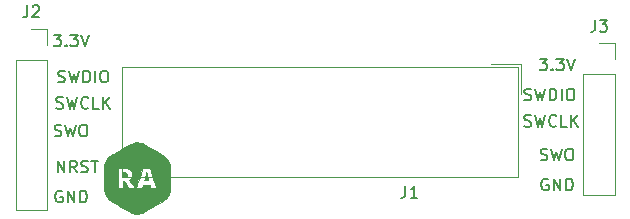
<source format=gbr>
G04 #@! TF.GenerationSoftware,KiCad,Pcbnew,5.1.1-8be2ce7~80~ubuntu18.10.1*
G04 #@! TF.CreationDate,2019-05-27T02:03:18+08:00*
G04 #@! TF.ProjectId,jtagboard,6a746167-626f-4617-9264-2e6b69636164,rev?*
G04 #@! TF.SameCoordinates,Original*
G04 #@! TF.FileFunction,Legend,Top*
G04 #@! TF.FilePolarity,Positive*
%FSLAX46Y46*%
G04 Gerber Fmt 4.6, Leading zero omitted, Abs format (unit mm)*
G04 Created by KiCad (PCBNEW 5.1.1-8be2ce7~80~ubuntu18.10.1) date 2019-05-27 02:03:18*
%MOMM*%
%LPD*%
G04 APERTURE LIST*
%ADD10C,0.150000*%
%ADD11C,0.010000*%
%ADD12C,0.120000*%
G04 APERTURE END LIST*
D10*
X121191976Y-108608761D02*
X121334833Y-108656380D01*
X121572928Y-108656380D01*
X121668166Y-108608761D01*
X121715785Y-108561142D01*
X121763404Y-108465904D01*
X121763404Y-108370666D01*
X121715785Y-108275428D01*
X121668166Y-108227809D01*
X121572928Y-108180190D01*
X121382452Y-108132571D01*
X121287214Y-108084952D01*
X121239595Y-108037333D01*
X121191976Y-107942095D01*
X121191976Y-107846857D01*
X121239595Y-107751619D01*
X121287214Y-107704000D01*
X121382452Y-107656380D01*
X121620547Y-107656380D01*
X121763404Y-107704000D01*
X122096738Y-107656380D02*
X122334833Y-108656380D01*
X122525309Y-107942095D01*
X122715785Y-108656380D01*
X122953880Y-107656380D01*
X123334833Y-108656380D02*
X123334833Y-107656380D01*
X123572928Y-107656380D01*
X123715785Y-107704000D01*
X123811023Y-107799238D01*
X123858642Y-107894476D01*
X123906261Y-108084952D01*
X123906261Y-108227809D01*
X123858642Y-108418285D01*
X123811023Y-108513523D01*
X123715785Y-108608761D01*
X123572928Y-108656380D01*
X123334833Y-108656380D01*
X124334833Y-108656380D02*
X124334833Y-107656380D01*
X125001500Y-107656380D02*
X125191976Y-107656380D01*
X125287214Y-107704000D01*
X125382452Y-107799238D01*
X125430071Y-107989714D01*
X125430071Y-108323047D01*
X125382452Y-108513523D01*
X125287214Y-108608761D01*
X125191976Y-108656380D01*
X125001500Y-108656380D01*
X124906261Y-108608761D01*
X124811023Y-108513523D01*
X124763404Y-108323047D01*
X124763404Y-107989714D01*
X124811023Y-107799238D01*
X124906261Y-107704000D01*
X125001500Y-107656380D01*
X122475809Y-105116380D02*
X123094857Y-105116380D01*
X122761523Y-105497333D01*
X122904380Y-105497333D01*
X122999619Y-105544952D01*
X123047238Y-105592571D01*
X123094857Y-105687809D01*
X123094857Y-105925904D01*
X123047238Y-106021142D01*
X122999619Y-106068761D01*
X122904380Y-106116380D01*
X122618666Y-106116380D01*
X122523428Y-106068761D01*
X122475809Y-106021142D01*
X123523428Y-106021142D02*
X123571047Y-106068761D01*
X123523428Y-106116380D01*
X123475809Y-106068761D01*
X123523428Y-106021142D01*
X123523428Y-106116380D01*
X123904380Y-105116380D02*
X124523428Y-105116380D01*
X124190095Y-105497333D01*
X124332952Y-105497333D01*
X124428190Y-105544952D01*
X124475809Y-105592571D01*
X124523428Y-105687809D01*
X124523428Y-105925904D01*
X124475809Y-106021142D01*
X124428190Y-106068761D01*
X124332952Y-106116380D01*
X124047238Y-106116380D01*
X123952000Y-106068761D01*
X123904380Y-106021142D01*
X124809142Y-105116380D02*
X125142476Y-106116380D01*
X125475809Y-105116380D01*
X122571047Y-113688761D02*
X122713904Y-113736380D01*
X122952000Y-113736380D01*
X123047238Y-113688761D01*
X123094857Y-113641142D01*
X123142476Y-113545904D01*
X123142476Y-113450666D01*
X123094857Y-113355428D01*
X123047238Y-113307809D01*
X122952000Y-113260190D01*
X122761523Y-113212571D01*
X122666285Y-113164952D01*
X122618666Y-113117333D01*
X122571047Y-113022095D01*
X122571047Y-112926857D01*
X122618666Y-112831619D01*
X122666285Y-112784000D01*
X122761523Y-112736380D01*
X122999619Y-112736380D01*
X123142476Y-112784000D01*
X123475809Y-112736380D02*
X123713904Y-113736380D01*
X123904380Y-113022095D01*
X124094857Y-113736380D01*
X124332952Y-112736380D01*
X124904380Y-112736380D02*
X125094857Y-112736380D01*
X125190095Y-112784000D01*
X125285333Y-112879238D01*
X125332952Y-113069714D01*
X125332952Y-113403047D01*
X125285333Y-113593523D01*
X125190095Y-113688761D01*
X125094857Y-113736380D01*
X124904380Y-113736380D01*
X124809142Y-113688761D01*
X124713904Y-113593523D01*
X124666285Y-113403047D01*
X124666285Y-113069714D01*
X124713904Y-112879238D01*
X124809142Y-112784000D01*
X124904380Y-112736380D01*
X121182095Y-110831761D02*
X121324952Y-110879380D01*
X121563047Y-110879380D01*
X121658285Y-110831761D01*
X121705904Y-110784142D01*
X121753523Y-110688904D01*
X121753523Y-110593666D01*
X121705904Y-110498428D01*
X121658285Y-110450809D01*
X121563047Y-110403190D01*
X121372571Y-110355571D01*
X121277333Y-110307952D01*
X121229714Y-110260333D01*
X121182095Y-110165095D01*
X121182095Y-110069857D01*
X121229714Y-109974619D01*
X121277333Y-109927000D01*
X121372571Y-109879380D01*
X121610666Y-109879380D01*
X121753523Y-109927000D01*
X122086857Y-109879380D02*
X122324952Y-110879380D01*
X122515428Y-110165095D01*
X122705904Y-110879380D01*
X122944000Y-109879380D01*
X123896380Y-110784142D02*
X123848761Y-110831761D01*
X123705904Y-110879380D01*
X123610666Y-110879380D01*
X123467809Y-110831761D01*
X123372571Y-110736523D01*
X123324952Y-110641285D01*
X123277333Y-110450809D01*
X123277333Y-110307952D01*
X123324952Y-110117476D01*
X123372571Y-110022238D01*
X123467809Y-109927000D01*
X123610666Y-109879380D01*
X123705904Y-109879380D01*
X123848761Y-109927000D01*
X123896380Y-109974619D01*
X124801142Y-110879380D02*
X124324952Y-110879380D01*
X124324952Y-109879380D01*
X125134476Y-110879380D02*
X125134476Y-109879380D01*
X125705904Y-110879380D02*
X125277333Y-110307952D01*
X125705904Y-109879380D02*
X125134476Y-110450809D01*
X123190095Y-115324000D02*
X123094857Y-115276380D01*
X122952000Y-115276380D01*
X122809142Y-115324000D01*
X122713904Y-115419238D01*
X122666285Y-115514476D01*
X122618666Y-115704952D01*
X122618666Y-115847809D01*
X122666285Y-116038285D01*
X122713904Y-116133523D01*
X122809142Y-116228761D01*
X122952000Y-116276380D01*
X123047238Y-116276380D01*
X123190095Y-116228761D01*
X123237714Y-116181142D01*
X123237714Y-115847809D01*
X123047238Y-115847809D01*
X123666285Y-116276380D02*
X123666285Y-115276380D01*
X124237714Y-116276380D01*
X124237714Y-115276380D01*
X124713904Y-116276380D02*
X124713904Y-115276380D01*
X124952000Y-115276380D01*
X125094857Y-115324000D01*
X125190095Y-115419238D01*
X125237714Y-115514476D01*
X125285333Y-115704952D01*
X125285333Y-115847809D01*
X125237714Y-116038285D01*
X125190095Y-116133523D01*
X125094857Y-116228761D01*
X124952000Y-116276380D01*
X124713904Y-116276380D01*
X82042095Y-116340000D02*
X81946857Y-116292380D01*
X81804000Y-116292380D01*
X81661142Y-116340000D01*
X81565904Y-116435238D01*
X81518285Y-116530476D01*
X81470666Y-116720952D01*
X81470666Y-116863809D01*
X81518285Y-117054285D01*
X81565904Y-117149523D01*
X81661142Y-117244761D01*
X81804000Y-117292380D01*
X81899238Y-117292380D01*
X82042095Y-117244761D01*
X82089714Y-117197142D01*
X82089714Y-116863809D01*
X81899238Y-116863809D01*
X82518285Y-117292380D02*
X82518285Y-116292380D01*
X83089714Y-117292380D01*
X83089714Y-116292380D01*
X83565904Y-117292380D02*
X83565904Y-116292380D01*
X83804000Y-116292380D01*
X83946857Y-116340000D01*
X84042095Y-116435238D01*
X84089714Y-116530476D01*
X84137333Y-116720952D01*
X84137333Y-116863809D01*
X84089714Y-117054285D01*
X84042095Y-117149523D01*
X83946857Y-117244761D01*
X83804000Y-117292380D01*
X83565904Y-117292380D01*
X81669142Y-114752380D02*
X81669142Y-113752380D01*
X82240571Y-114752380D01*
X82240571Y-113752380D01*
X83288190Y-114752380D02*
X82954857Y-114276190D01*
X82716761Y-114752380D02*
X82716761Y-113752380D01*
X83097714Y-113752380D01*
X83192952Y-113800000D01*
X83240571Y-113847619D01*
X83288190Y-113942857D01*
X83288190Y-114085714D01*
X83240571Y-114180952D01*
X83192952Y-114228571D01*
X83097714Y-114276190D01*
X82716761Y-114276190D01*
X83669142Y-114704761D02*
X83812000Y-114752380D01*
X84050095Y-114752380D01*
X84145333Y-114704761D01*
X84192952Y-114657142D01*
X84240571Y-114561904D01*
X84240571Y-114466666D01*
X84192952Y-114371428D01*
X84145333Y-114323809D01*
X84050095Y-114276190D01*
X83859619Y-114228571D01*
X83764380Y-114180952D01*
X83716761Y-114133333D01*
X83669142Y-114038095D01*
X83669142Y-113942857D01*
X83716761Y-113847619D01*
X83764380Y-113800000D01*
X83859619Y-113752380D01*
X84097714Y-113752380D01*
X84240571Y-113800000D01*
X84526285Y-113752380D02*
X85097714Y-113752380D01*
X84812000Y-114752380D02*
X84812000Y-113752380D01*
X81423047Y-111656761D02*
X81565904Y-111704380D01*
X81804000Y-111704380D01*
X81899238Y-111656761D01*
X81946857Y-111609142D01*
X81994476Y-111513904D01*
X81994476Y-111418666D01*
X81946857Y-111323428D01*
X81899238Y-111275809D01*
X81804000Y-111228190D01*
X81613523Y-111180571D01*
X81518285Y-111132952D01*
X81470666Y-111085333D01*
X81423047Y-110990095D01*
X81423047Y-110894857D01*
X81470666Y-110799619D01*
X81518285Y-110752000D01*
X81613523Y-110704380D01*
X81851619Y-110704380D01*
X81994476Y-110752000D01*
X82327809Y-110704380D02*
X82565904Y-111704380D01*
X82756380Y-110990095D01*
X82946857Y-111704380D01*
X83184952Y-110704380D01*
X83756380Y-110704380D02*
X83946857Y-110704380D01*
X84042095Y-110752000D01*
X84137333Y-110847238D01*
X84184952Y-111037714D01*
X84184952Y-111371047D01*
X84137333Y-111561523D01*
X84042095Y-111656761D01*
X83946857Y-111704380D01*
X83756380Y-111704380D01*
X83661142Y-111656761D01*
X83565904Y-111561523D01*
X83518285Y-111371047D01*
X83518285Y-111037714D01*
X83565904Y-110847238D01*
X83661142Y-110752000D01*
X83756380Y-110704380D01*
X81558095Y-109307761D02*
X81700952Y-109355380D01*
X81939047Y-109355380D01*
X82034285Y-109307761D01*
X82081904Y-109260142D01*
X82129523Y-109164904D01*
X82129523Y-109069666D01*
X82081904Y-108974428D01*
X82034285Y-108926809D01*
X81939047Y-108879190D01*
X81748571Y-108831571D01*
X81653333Y-108783952D01*
X81605714Y-108736333D01*
X81558095Y-108641095D01*
X81558095Y-108545857D01*
X81605714Y-108450619D01*
X81653333Y-108403000D01*
X81748571Y-108355380D01*
X81986666Y-108355380D01*
X82129523Y-108403000D01*
X82462857Y-108355380D02*
X82700952Y-109355380D01*
X82891428Y-108641095D01*
X83081904Y-109355380D01*
X83320000Y-108355380D01*
X84272380Y-109260142D02*
X84224761Y-109307761D01*
X84081904Y-109355380D01*
X83986666Y-109355380D01*
X83843809Y-109307761D01*
X83748571Y-109212523D01*
X83700952Y-109117285D01*
X83653333Y-108926809D01*
X83653333Y-108783952D01*
X83700952Y-108593476D01*
X83748571Y-108498238D01*
X83843809Y-108403000D01*
X83986666Y-108355380D01*
X84081904Y-108355380D01*
X84224761Y-108403000D01*
X84272380Y-108450619D01*
X85177142Y-109355380D02*
X84700952Y-109355380D01*
X84700952Y-108355380D01*
X85510476Y-109355380D02*
X85510476Y-108355380D01*
X86081904Y-109355380D02*
X85653333Y-108783952D01*
X86081904Y-108355380D02*
X85510476Y-108926809D01*
X81700952Y-107084761D02*
X81843809Y-107132380D01*
X82081904Y-107132380D01*
X82177142Y-107084761D01*
X82224761Y-107037142D01*
X82272380Y-106941904D01*
X82272380Y-106846666D01*
X82224761Y-106751428D01*
X82177142Y-106703809D01*
X82081904Y-106656190D01*
X81891428Y-106608571D01*
X81796190Y-106560952D01*
X81748571Y-106513333D01*
X81700952Y-106418095D01*
X81700952Y-106322857D01*
X81748571Y-106227619D01*
X81796190Y-106180000D01*
X81891428Y-106132380D01*
X82129523Y-106132380D01*
X82272380Y-106180000D01*
X82605714Y-106132380D02*
X82843809Y-107132380D01*
X83034285Y-106418095D01*
X83224761Y-107132380D01*
X83462857Y-106132380D01*
X83843809Y-107132380D02*
X83843809Y-106132380D01*
X84081904Y-106132380D01*
X84224761Y-106180000D01*
X84320000Y-106275238D01*
X84367619Y-106370476D01*
X84415238Y-106560952D01*
X84415238Y-106703809D01*
X84367619Y-106894285D01*
X84320000Y-106989523D01*
X84224761Y-107084761D01*
X84081904Y-107132380D01*
X83843809Y-107132380D01*
X84843809Y-107132380D02*
X84843809Y-106132380D01*
X85510476Y-106132380D02*
X85700952Y-106132380D01*
X85796190Y-106180000D01*
X85891428Y-106275238D01*
X85939047Y-106465714D01*
X85939047Y-106799047D01*
X85891428Y-106989523D01*
X85796190Y-107084761D01*
X85700952Y-107132380D01*
X85510476Y-107132380D01*
X85415238Y-107084761D01*
X85320000Y-106989523D01*
X85272380Y-106799047D01*
X85272380Y-106465714D01*
X85320000Y-106275238D01*
X85415238Y-106180000D01*
X85510476Y-106132380D01*
X81327809Y-103084380D02*
X81946857Y-103084380D01*
X81613523Y-103465333D01*
X81756380Y-103465333D01*
X81851619Y-103512952D01*
X81899238Y-103560571D01*
X81946857Y-103655809D01*
X81946857Y-103893904D01*
X81899238Y-103989142D01*
X81851619Y-104036761D01*
X81756380Y-104084380D01*
X81470666Y-104084380D01*
X81375428Y-104036761D01*
X81327809Y-103989142D01*
X82375428Y-103989142D02*
X82423047Y-104036761D01*
X82375428Y-104084380D01*
X82327809Y-104036761D01*
X82375428Y-103989142D01*
X82375428Y-104084380D01*
X82756380Y-103084380D02*
X83375428Y-103084380D01*
X83042095Y-103465333D01*
X83184952Y-103465333D01*
X83280190Y-103512952D01*
X83327809Y-103560571D01*
X83375428Y-103655809D01*
X83375428Y-103893904D01*
X83327809Y-103989142D01*
X83280190Y-104036761D01*
X83184952Y-104084380D01*
X82899238Y-104084380D01*
X82804000Y-104036761D01*
X82756380Y-103989142D01*
X83661142Y-103084380D02*
X83994476Y-104084380D01*
X84327809Y-103084380D01*
D11*
G36*
X88509885Y-112215929D02*
G01*
X88548105Y-112221179D01*
X88704471Y-112253566D01*
X88851491Y-112302828D01*
X89004327Y-112374588D01*
X89090500Y-112422295D01*
X89153559Y-112458711D01*
X89246051Y-112512186D01*
X89360781Y-112578558D01*
X89490553Y-112653663D01*
X89628171Y-112733337D01*
X89725500Y-112789703D01*
X89870286Y-112873399D01*
X90017807Y-112958383D01*
X90159496Y-113039739D01*
X90286783Y-113112553D01*
X90391101Y-113171909D01*
X90438440Y-113198647D01*
X90634481Y-113320729D01*
X90793618Y-113447743D01*
X90921265Y-113585719D01*
X91022838Y-113740691D01*
X91103751Y-113918692D01*
X91116805Y-113954394D01*
X91175417Y-114120084D01*
X91175417Y-115220750D01*
X91175392Y-115476481D01*
X91175049Y-115693865D01*
X91173987Y-115876887D01*
X91171803Y-116029532D01*
X91168097Y-116155788D01*
X91162467Y-116259638D01*
X91154511Y-116345070D01*
X91143827Y-116416068D01*
X91130013Y-116476619D01*
X91112668Y-116530708D01*
X91091391Y-116582321D01*
X91065780Y-116635443D01*
X91035432Y-116694061D01*
X91024922Y-116714120D01*
X90963968Y-116817021D01*
X90891108Y-116912276D01*
X90801689Y-117003761D01*
X90691065Y-117095354D01*
X90554583Y-117190931D01*
X90387596Y-117294371D01*
X90201750Y-117400520D01*
X90084531Y-117466261D01*
X89943502Y-117546414D01*
X89791242Y-117633768D01*
X89640333Y-117721108D01*
X89524417Y-117788836D01*
X89355244Y-117887867D01*
X89217262Y-117967667D01*
X89105424Y-118030896D01*
X89014685Y-118080215D01*
X88940002Y-118118283D01*
X88876330Y-118147761D01*
X88818623Y-118171309D01*
X88761837Y-118191586D01*
X88758465Y-118192718D01*
X88618917Y-118226979D01*
X88461482Y-118245614D01*
X88303960Y-118247585D01*
X88164151Y-118231852D01*
X88147776Y-118228355D01*
X88047868Y-118200676D01*
X87940703Y-118160624D01*
X87820009Y-118105255D01*
X87679510Y-118031623D01*
X87512932Y-117936782D01*
X87459212Y-117905105D01*
X87340500Y-117835234D01*
X87198770Y-117752710D01*
X87047927Y-117665577D01*
X86901880Y-117581882D01*
X86825667Y-117538548D01*
X86646834Y-117437040D01*
X86500727Y-117353560D01*
X86383097Y-117285522D01*
X86289698Y-117230335D01*
X86216281Y-117185413D01*
X86158599Y-117148166D01*
X86112405Y-117116007D01*
X86073449Y-117086345D01*
X86044375Y-117062450D01*
X85891561Y-116909950D01*
X85768291Y-116733397D01*
X85732633Y-116667981D01*
X85706278Y-116615255D01*
X85683943Y-116565464D01*
X85665295Y-116514707D01*
X85650003Y-116459081D01*
X85637734Y-116394686D01*
X85628157Y-116317618D01*
X85620940Y-116223977D01*
X85615750Y-116109859D01*
X85615481Y-116099167D01*
X86741000Y-116099167D01*
X87206667Y-116099167D01*
X87206667Y-115485334D01*
X87259846Y-115485334D01*
X87283585Y-115489085D01*
X87308090Y-115503244D01*
X87336547Y-115532167D01*
X87372139Y-115580210D01*
X87418051Y-115651729D01*
X87477470Y-115751082D01*
X87553579Y-115882625D01*
X87565472Y-115903375D01*
X87677595Y-116099167D01*
X87939547Y-116099167D01*
X88039242Y-116098234D01*
X88121476Y-116095687D01*
X88178193Y-116091907D01*
X88194598Y-116088621D01*
X88303879Y-116088621D01*
X88304002Y-116088780D01*
X88328041Y-116092854D01*
X88385659Y-116096178D01*
X88468103Y-116098399D01*
X88562110Y-116099167D01*
X88809831Y-116099167D01*
X88835773Y-115998625D01*
X88856162Y-115925036D01*
X88876779Y-115858792D01*
X88883425Y-115839875D01*
X88905136Y-115781667D01*
X89448415Y-115781667D01*
X89462147Y-115854863D01*
X89478972Y-115926521D01*
X89501447Y-116002445D01*
X89503436Y-116008321D01*
X89530994Y-116088584D01*
X89789519Y-116094547D01*
X89901403Y-116096218D01*
X89976465Y-116094827D01*
X90020137Y-116089913D01*
X90037852Y-116081012D01*
X90038215Y-116073380D01*
X90029672Y-116047984D01*
X90009362Y-115986740D01*
X89978726Y-115894021D01*
X89939206Y-115774198D01*
X89892243Y-115631645D01*
X89839281Y-115470732D01*
X89781759Y-115295833D01*
X89755235Y-115215142D01*
X89482083Y-114384035D01*
X89164583Y-114389642D01*
X88847083Y-114395250D01*
X88798250Y-114543417D01*
X88699552Y-114843156D01*
X88613595Y-115104817D01*
X88539717Y-115330473D01*
X88477255Y-115522201D01*
X88425543Y-115682075D01*
X88383919Y-115812172D01*
X88351719Y-115914566D01*
X88328278Y-115991332D01*
X88312934Y-116044547D01*
X88305022Y-116076285D01*
X88303879Y-116088621D01*
X88194598Y-116088621D01*
X88201338Y-116087271D01*
X88201500Y-116086837D01*
X88190253Y-116066266D01*
X88158896Y-116016137D01*
X88111004Y-115941979D01*
X88050155Y-115849319D01*
X87979923Y-115743687D01*
X87968667Y-115726866D01*
X87897372Y-115619979D01*
X87834901Y-115525485D01*
X87784823Y-115448852D01*
X87750706Y-115395545D01*
X87736117Y-115371031D01*
X87735833Y-115370159D01*
X87749708Y-115351967D01*
X87786429Y-115312044D01*
X87838646Y-115258326D01*
X87849994Y-115246933D01*
X87913194Y-115179589D01*
X87952348Y-115123961D01*
X87976315Y-115065132D01*
X87989078Y-115012719D01*
X88003220Y-114861489D01*
X87979048Y-114728123D01*
X87916486Y-114612311D01*
X87875240Y-114565293D01*
X87820370Y-114514789D01*
X87764767Y-114475503D01*
X87702039Y-114445869D01*
X87625793Y-114424323D01*
X87529637Y-114409301D01*
X87407179Y-114399237D01*
X87252027Y-114392568D01*
X87159042Y-114389988D01*
X86741000Y-114379724D01*
X86741000Y-116099167D01*
X85615481Y-116099167D01*
X85612256Y-115971364D01*
X85610125Y-115804589D01*
X85609026Y-115605633D01*
X85608626Y-115370592D01*
X85608583Y-115210167D01*
X85608616Y-114970009D01*
X85608823Y-114768228D01*
X85609362Y-114600869D01*
X85610393Y-114463976D01*
X85612077Y-114353594D01*
X85614574Y-114265765D01*
X85618042Y-114196536D01*
X85622643Y-114141950D01*
X85628535Y-114098051D01*
X85635879Y-114060883D01*
X85644834Y-114026491D01*
X85655561Y-113990919D01*
X85658187Y-113982500D01*
X85732604Y-113793063D01*
X85832287Y-113625899D01*
X85961391Y-113476266D01*
X86124068Y-113339418D01*
X86324473Y-113210613D01*
X86343418Y-113199862D01*
X86430811Y-113150384D01*
X86546194Y-113084569D01*
X86680958Y-113007354D01*
X86826494Y-112923676D01*
X86974194Y-112838475D01*
X87058500Y-112789703D01*
X87197329Y-112709307D01*
X87333357Y-112630562D01*
X87459390Y-112557630D01*
X87568231Y-112494674D01*
X87652685Y-112445858D01*
X87693500Y-112422295D01*
X87910095Y-112313268D01*
X88115870Y-112243116D01*
X88314556Y-112210963D01*
X88509885Y-112215929D01*
X88509885Y-112215929D01*
G37*
X88509885Y-112215929D02*
X88548105Y-112221179D01*
X88704471Y-112253566D01*
X88851491Y-112302828D01*
X89004327Y-112374588D01*
X89090500Y-112422295D01*
X89153559Y-112458711D01*
X89246051Y-112512186D01*
X89360781Y-112578558D01*
X89490553Y-112653663D01*
X89628171Y-112733337D01*
X89725500Y-112789703D01*
X89870286Y-112873399D01*
X90017807Y-112958383D01*
X90159496Y-113039739D01*
X90286783Y-113112553D01*
X90391101Y-113171909D01*
X90438440Y-113198647D01*
X90634481Y-113320729D01*
X90793618Y-113447743D01*
X90921265Y-113585719D01*
X91022838Y-113740691D01*
X91103751Y-113918692D01*
X91116805Y-113954394D01*
X91175417Y-114120084D01*
X91175417Y-115220750D01*
X91175392Y-115476481D01*
X91175049Y-115693865D01*
X91173987Y-115876887D01*
X91171803Y-116029532D01*
X91168097Y-116155788D01*
X91162467Y-116259638D01*
X91154511Y-116345070D01*
X91143827Y-116416068D01*
X91130013Y-116476619D01*
X91112668Y-116530708D01*
X91091391Y-116582321D01*
X91065780Y-116635443D01*
X91035432Y-116694061D01*
X91024922Y-116714120D01*
X90963968Y-116817021D01*
X90891108Y-116912276D01*
X90801689Y-117003761D01*
X90691065Y-117095354D01*
X90554583Y-117190931D01*
X90387596Y-117294371D01*
X90201750Y-117400520D01*
X90084531Y-117466261D01*
X89943502Y-117546414D01*
X89791242Y-117633768D01*
X89640333Y-117721108D01*
X89524417Y-117788836D01*
X89355244Y-117887867D01*
X89217262Y-117967667D01*
X89105424Y-118030896D01*
X89014685Y-118080215D01*
X88940002Y-118118283D01*
X88876330Y-118147761D01*
X88818623Y-118171309D01*
X88761837Y-118191586D01*
X88758465Y-118192718D01*
X88618917Y-118226979D01*
X88461482Y-118245614D01*
X88303960Y-118247585D01*
X88164151Y-118231852D01*
X88147776Y-118228355D01*
X88047868Y-118200676D01*
X87940703Y-118160624D01*
X87820009Y-118105255D01*
X87679510Y-118031623D01*
X87512932Y-117936782D01*
X87459212Y-117905105D01*
X87340500Y-117835234D01*
X87198770Y-117752710D01*
X87047927Y-117665577D01*
X86901880Y-117581882D01*
X86825667Y-117538548D01*
X86646834Y-117437040D01*
X86500727Y-117353560D01*
X86383097Y-117285522D01*
X86289698Y-117230335D01*
X86216281Y-117185413D01*
X86158599Y-117148166D01*
X86112405Y-117116007D01*
X86073449Y-117086345D01*
X86044375Y-117062450D01*
X85891561Y-116909950D01*
X85768291Y-116733397D01*
X85732633Y-116667981D01*
X85706278Y-116615255D01*
X85683943Y-116565464D01*
X85665295Y-116514707D01*
X85650003Y-116459081D01*
X85637734Y-116394686D01*
X85628157Y-116317618D01*
X85620940Y-116223977D01*
X85615750Y-116109859D01*
X85615481Y-116099167D01*
X86741000Y-116099167D01*
X87206667Y-116099167D01*
X87206667Y-115485334D01*
X87259846Y-115485334D01*
X87283585Y-115489085D01*
X87308090Y-115503244D01*
X87336547Y-115532167D01*
X87372139Y-115580210D01*
X87418051Y-115651729D01*
X87477470Y-115751082D01*
X87553579Y-115882625D01*
X87565472Y-115903375D01*
X87677595Y-116099167D01*
X87939547Y-116099167D01*
X88039242Y-116098234D01*
X88121476Y-116095687D01*
X88178193Y-116091907D01*
X88194598Y-116088621D01*
X88303879Y-116088621D01*
X88304002Y-116088780D01*
X88328041Y-116092854D01*
X88385659Y-116096178D01*
X88468103Y-116098399D01*
X88562110Y-116099167D01*
X88809831Y-116099167D01*
X88835773Y-115998625D01*
X88856162Y-115925036D01*
X88876779Y-115858792D01*
X88883425Y-115839875D01*
X88905136Y-115781667D01*
X89448415Y-115781667D01*
X89462147Y-115854863D01*
X89478972Y-115926521D01*
X89501447Y-116002445D01*
X89503436Y-116008321D01*
X89530994Y-116088584D01*
X89789519Y-116094547D01*
X89901403Y-116096218D01*
X89976465Y-116094827D01*
X90020137Y-116089913D01*
X90037852Y-116081012D01*
X90038215Y-116073380D01*
X90029672Y-116047984D01*
X90009362Y-115986740D01*
X89978726Y-115894021D01*
X89939206Y-115774198D01*
X89892243Y-115631645D01*
X89839281Y-115470732D01*
X89781759Y-115295833D01*
X89755235Y-115215142D01*
X89482083Y-114384035D01*
X89164583Y-114389642D01*
X88847083Y-114395250D01*
X88798250Y-114543417D01*
X88699552Y-114843156D01*
X88613595Y-115104817D01*
X88539717Y-115330473D01*
X88477255Y-115522201D01*
X88425543Y-115682075D01*
X88383919Y-115812172D01*
X88351719Y-115914566D01*
X88328278Y-115991332D01*
X88312934Y-116044547D01*
X88305022Y-116076285D01*
X88303879Y-116088621D01*
X88194598Y-116088621D01*
X88201338Y-116087271D01*
X88201500Y-116086837D01*
X88190253Y-116066266D01*
X88158896Y-116016137D01*
X88111004Y-115941979D01*
X88050155Y-115849319D01*
X87979923Y-115743687D01*
X87968667Y-115726866D01*
X87897372Y-115619979D01*
X87834901Y-115525485D01*
X87784823Y-115448852D01*
X87750706Y-115395545D01*
X87736117Y-115371031D01*
X87735833Y-115370159D01*
X87749708Y-115351967D01*
X87786429Y-115312044D01*
X87838646Y-115258326D01*
X87849994Y-115246933D01*
X87913194Y-115179589D01*
X87952348Y-115123961D01*
X87976315Y-115065132D01*
X87989078Y-115012719D01*
X88003220Y-114861489D01*
X87979048Y-114728123D01*
X87916486Y-114612311D01*
X87875240Y-114565293D01*
X87820370Y-114514789D01*
X87764767Y-114475503D01*
X87702039Y-114445869D01*
X87625793Y-114424323D01*
X87529637Y-114409301D01*
X87407179Y-114399237D01*
X87252027Y-114392568D01*
X87159042Y-114389988D01*
X86741000Y-114379724D01*
X86741000Y-116099167D01*
X85615481Y-116099167D01*
X85612256Y-115971364D01*
X85610125Y-115804589D01*
X85609026Y-115605633D01*
X85608626Y-115370592D01*
X85608583Y-115210167D01*
X85608616Y-114970009D01*
X85608823Y-114768228D01*
X85609362Y-114600869D01*
X85610393Y-114463976D01*
X85612077Y-114353594D01*
X85614574Y-114265765D01*
X85618042Y-114196536D01*
X85622643Y-114141950D01*
X85628535Y-114098051D01*
X85635879Y-114060883D01*
X85644834Y-114026491D01*
X85655561Y-113990919D01*
X85658187Y-113982500D01*
X85732604Y-113793063D01*
X85832287Y-113625899D01*
X85961391Y-113476266D01*
X86124068Y-113339418D01*
X86324473Y-113210613D01*
X86343418Y-113199862D01*
X86430811Y-113150384D01*
X86546194Y-113084569D01*
X86680958Y-113007354D01*
X86826494Y-112923676D01*
X86974194Y-112838475D01*
X87058500Y-112789703D01*
X87197329Y-112709307D01*
X87333357Y-112630562D01*
X87459390Y-112557630D01*
X87568231Y-112494674D01*
X87652685Y-112445858D01*
X87693500Y-112422295D01*
X87910095Y-112313268D01*
X88115870Y-112243116D01*
X88314556Y-112210963D01*
X88509885Y-112215929D01*
G36*
X87336033Y-114752924D02*
G01*
X87405209Y-114770155D01*
X87462707Y-114794437D01*
X87483359Y-114809526D01*
X87515103Y-114867448D01*
X87523052Y-114942256D01*
X87505472Y-115014705D01*
X87502372Y-115020839D01*
X87455256Y-115070593D01*
X87381563Y-115107776D01*
X87296726Y-115125065D01*
X87281801Y-115125500D01*
X87206667Y-115125500D01*
X87206667Y-114946833D01*
X87209262Y-114857635D01*
X87216353Y-114791251D01*
X87226900Y-114756525D01*
X87229336Y-114754155D01*
X87271851Y-114746380D01*
X87336033Y-114752924D01*
X87336033Y-114752924D01*
G37*
X87336033Y-114752924D02*
X87405209Y-114770155D01*
X87462707Y-114794437D01*
X87483359Y-114809526D01*
X87515103Y-114867448D01*
X87523052Y-114942256D01*
X87505472Y-115014705D01*
X87502372Y-115020839D01*
X87455256Y-115070593D01*
X87381563Y-115107776D01*
X87296726Y-115125065D01*
X87281801Y-115125500D01*
X87206667Y-115125500D01*
X87206667Y-114946833D01*
X87209262Y-114857635D01*
X87216353Y-114791251D01*
X87226900Y-114756525D01*
X87229336Y-114754155D01*
X87271851Y-114746380D01*
X87336033Y-114752924D01*
G36*
X89181403Y-114779451D02*
G01*
X89198471Y-114835956D01*
X89220196Y-114915390D01*
X89244433Y-115009048D01*
X89269035Y-115108226D01*
X89291859Y-115204216D01*
X89310759Y-115288315D01*
X89323589Y-115351816D01*
X89328205Y-115386014D01*
X89327568Y-115389376D01*
X89300071Y-115396607D01*
X89244942Y-115400188D01*
X89175758Y-115400417D01*
X89106098Y-115397592D01*
X89049539Y-115392012D01*
X89019659Y-115383974D01*
X89018322Y-115382584D01*
X89019129Y-115357670D01*
X89028611Y-115302131D01*
X89044729Y-115224337D01*
X89065447Y-115132658D01*
X89088729Y-115035466D01*
X89112536Y-114941131D01*
X89134833Y-114858024D01*
X89153583Y-114794516D01*
X89166747Y-114758978D01*
X89171138Y-114754582D01*
X89181403Y-114779451D01*
X89181403Y-114779451D01*
G37*
X89181403Y-114779451D02*
X89198471Y-114835956D01*
X89220196Y-114915390D01*
X89244433Y-115009048D01*
X89269035Y-115108226D01*
X89291859Y-115204216D01*
X89310759Y-115288315D01*
X89323589Y-115351816D01*
X89328205Y-115386014D01*
X89327568Y-115389376D01*
X89300071Y-115396607D01*
X89244942Y-115400188D01*
X89175758Y-115400417D01*
X89106098Y-115397592D01*
X89049539Y-115392012D01*
X89019659Y-115383974D01*
X89018322Y-115382584D01*
X89019129Y-115357670D01*
X89028611Y-115302131D01*
X89044729Y-115224337D01*
X89065447Y-115132658D01*
X89088729Y-115035466D01*
X89112536Y-114941131D01*
X89134833Y-114858024D01*
X89153583Y-114794516D01*
X89166747Y-114758978D01*
X89171138Y-114754582D01*
X89181403Y-114779451D01*
D12*
X120666000Y-115165000D02*
X87106000Y-115165000D01*
X87106000Y-115165000D02*
X87106000Y-105815000D01*
X87106000Y-105815000D02*
X120666000Y-105815000D01*
X120666000Y-105815000D02*
X120666000Y-115165000D01*
X120916000Y-105565000D02*
X118376000Y-105565000D01*
X120916000Y-105565000D02*
X120916000Y-108105000D01*
X78121200Y-105201800D02*
X80781200Y-105201800D01*
X78121200Y-105201800D02*
X78121200Y-117961800D01*
X78121200Y-117961800D02*
X80781200Y-117961800D01*
X80781200Y-105201800D02*
X80781200Y-117961800D01*
X80781200Y-102601800D02*
X80781200Y-103931800D01*
X79451200Y-102601800D02*
X80781200Y-102601800D01*
X126178000Y-106426000D02*
X128838000Y-106426000D01*
X126178000Y-106426000D02*
X126178000Y-116646000D01*
X126178000Y-116646000D02*
X128838000Y-116646000D01*
X128838000Y-106426000D02*
X128838000Y-116646000D01*
X128838000Y-103826000D02*
X128838000Y-105156000D01*
X127508000Y-103826000D02*
X128838000Y-103826000D01*
D10*
X111121866Y-115892580D02*
X111121866Y-116606866D01*
X111074247Y-116749723D01*
X110979009Y-116844961D01*
X110836152Y-116892580D01*
X110740914Y-116892580D01*
X112121866Y-116892580D02*
X111550438Y-116892580D01*
X111836152Y-116892580D02*
X111836152Y-115892580D01*
X111740914Y-116035438D01*
X111645676Y-116130676D01*
X111550438Y-116178295D01*
X79117866Y-100614180D02*
X79117866Y-101328466D01*
X79070247Y-101471323D01*
X78975009Y-101566561D01*
X78832152Y-101614180D01*
X78736914Y-101614180D01*
X79546438Y-100709419D02*
X79594057Y-100661800D01*
X79689295Y-100614180D01*
X79927390Y-100614180D01*
X80022628Y-100661800D01*
X80070247Y-100709419D01*
X80117866Y-100804657D01*
X80117866Y-100899895D01*
X80070247Y-101042752D01*
X79498819Y-101614180D01*
X80117866Y-101614180D01*
X127174666Y-101838380D02*
X127174666Y-102552666D01*
X127127047Y-102695523D01*
X127031809Y-102790761D01*
X126888952Y-102838380D01*
X126793714Y-102838380D01*
X127555619Y-101838380D02*
X128174666Y-101838380D01*
X127841333Y-102219333D01*
X127984190Y-102219333D01*
X128079428Y-102266952D01*
X128127047Y-102314571D01*
X128174666Y-102409809D01*
X128174666Y-102647904D01*
X128127047Y-102743142D01*
X128079428Y-102790761D01*
X127984190Y-102838380D01*
X127698476Y-102838380D01*
X127603238Y-102790761D01*
X127555619Y-102743142D01*
M02*

</source>
